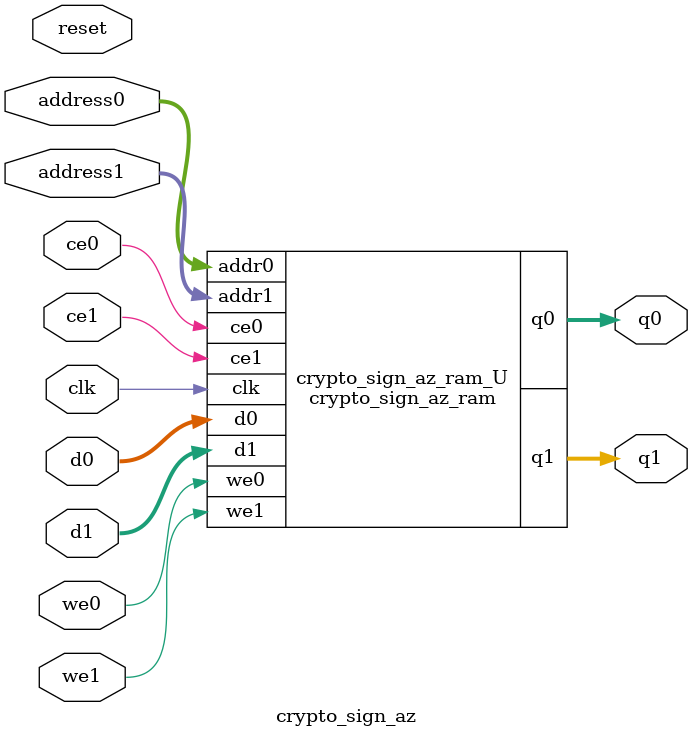
<source format=v>

`timescale 1 ns / 1 ps
module crypto_sign_az_ram (addr0, ce0, d0, we0, q0, addr1, ce1, d1, we1, q1,  clk);

parameter DWIDTH = 8;
parameter AWIDTH = 6;
parameter MEM_SIZE = 64;

input[AWIDTH-1:0] addr0;
input ce0;
input[DWIDTH-1:0] d0;
input we0;
output reg[DWIDTH-1:0] q0;
input[AWIDTH-1:0] addr1;
input ce1;
input[DWIDTH-1:0] d1;
input we1;
output reg[DWIDTH-1:0] q1;
input clk;

(* ram_style = "block" *)reg [DWIDTH-1:0] ram[0:MEM_SIZE-1];




always @(posedge clk)  
begin 
    if (ce0) 
    begin
        if (we0) 
        begin 
            ram[addr0] <= d0; 
            q0 <= d0;
        end 
        else 
            q0 <= ram[addr0];
    end
end


always @(posedge clk)  
begin 
    if (ce1) 
    begin
        if (we1) 
        begin 
            ram[addr1] <= d1; 
            q1 <= d1;
        end 
        else 
            q1 <= ram[addr1];
    end
end


endmodule


`timescale 1 ns / 1 ps
module crypto_sign_az(
    reset,
    clk,
    address0,
    ce0,
    we0,
    d0,
    q0,
    address1,
    ce1,
    we1,
    d1,
    q1);

parameter DataWidth = 32'd8;
parameter AddressRange = 32'd64;
parameter AddressWidth = 32'd6;
input reset;
input clk;
input[AddressWidth - 1:0] address0;
input ce0;
input we0;
input[DataWidth - 1:0] d0;
output[DataWidth - 1:0] q0;
input[AddressWidth - 1:0] address1;
input ce1;
input we1;
input[DataWidth - 1:0] d1;
output[DataWidth - 1:0] q1;



crypto_sign_az_ram crypto_sign_az_ram_U(
    .clk( clk ),
    .addr0( address0 ),
    .ce0( ce0 ),
    .d0( d0 ),
    .we0( we0 ),
    .q0( q0 ),
    .addr1( address1 ),
    .ce1( ce1 ),
    .d1( d1 ),
    .we1( we1 ),
    .q1( q1 ));

endmodule


</source>
